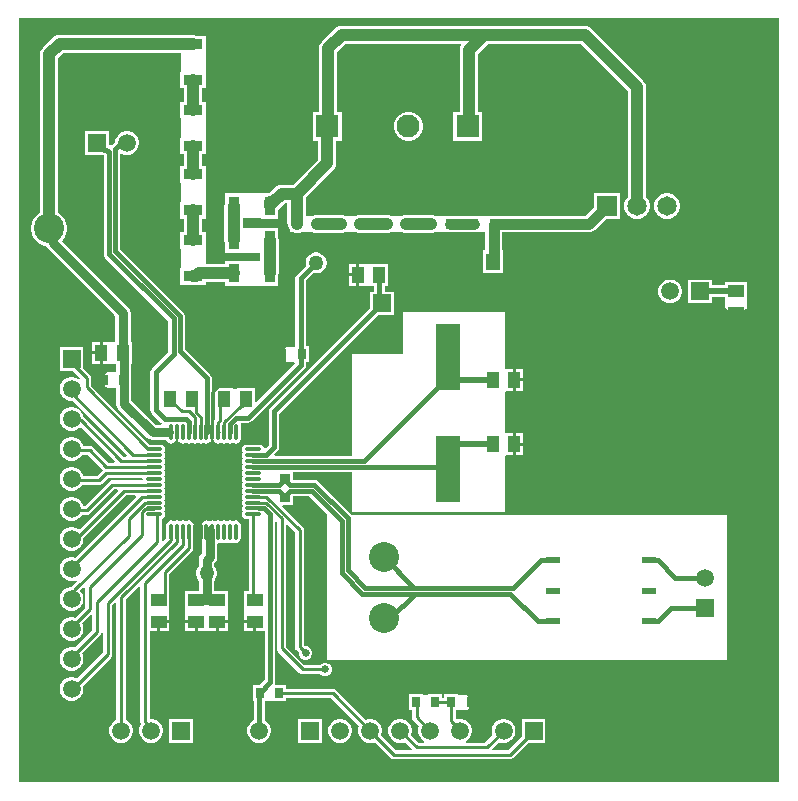
<source format=gtl>
G04*
G04 #@! TF.GenerationSoftware,Altium Limited,Altium Designer,21.6.4 (81)*
G04*
G04 Layer_Physical_Order=1*
G04 Layer_Color=255*
%FSLAX25Y25*%
%MOIN*%
G70*
G04*
G04 #@! TF.SameCoordinates,8AD03C7C-95CA-41BD-B497-73EC2F137F48*
G04*
G04*
G04 #@! TF.FilePolarity,Positive*
G04*
G01*
G75*
%ADD10C,0.01000*%
%ADD19R,0.02756X0.03347*%
%ADD20R,0.06496X0.03543*%
%ADD21R,0.03347X0.02756*%
%ADD22R,0.05000X0.02008*%
%ADD23R,0.17126X0.17126*%
%ADD24O,0.01181X0.05512*%
%ADD25O,0.05512X0.01181*%
%ADD26R,0.08268X0.22047*%
%ADD27R,0.03543X0.06496*%
%ADD28R,0.04724X0.05512*%
%ADD29R,0.03937X0.05315*%
%ADD30R,0.05315X0.03937*%
%ADD54C,0.03000*%
%ADD55C,0.01500*%
%ADD56C,0.04000*%
%ADD57C,0.02000*%
%ADD58C,0.03500*%
%ADD59C,0.11811*%
%ADD60C,0.07677*%
%ADD61R,0.07677X0.07677*%
%ADD62R,0.06500X0.06500*%
%ADD63C,0.06500*%
%ADD64C,0.10000*%
%ADD65C,0.05906*%
%ADD66R,0.05906X0.05906*%
%ADD67R,0.05906X0.05906*%
%ADD68C,0.05000*%
%ADD69C,0.01968*%
%ADD70C,0.02600*%
G36*
X492971Y236000D02*
X239500D01*
Y490500D01*
X492971D01*
Y236000D01*
D02*
G37*
%LPC*%
G36*
X369952Y459339D02*
X368678D01*
X367447Y459009D01*
X366344Y458372D01*
X365443Y457471D01*
X364806Y456368D01*
X364476Y455137D01*
Y453863D01*
X364806Y452632D01*
X365443Y451529D01*
X366344Y450628D01*
X367447Y449991D01*
X368678Y449661D01*
X369952D01*
X371183Y449991D01*
X372286Y450628D01*
X373187Y451529D01*
X373824Y452632D01*
X374153Y453863D01*
Y455137D01*
X373824Y456368D01*
X373187Y457471D01*
X372286Y458372D01*
X371183Y459009D01*
X369952Y459339D01*
D02*
G37*
G36*
X394500Y488026D02*
X394500Y488026D01*
X347000D01*
X346217Y487923D01*
X345487Y487620D01*
X344860Y487140D01*
X340360Y482640D01*
X339879Y482013D01*
X339577Y481283D01*
X339474Y480500D01*
Y459339D01*
X337347D01*
Y449661D01*
X339159D01*
Y443438D01*
X330747Y435026D01*
X327004D01*
X326221Y434923D01*
X325491Y434621D01*
X324864Y434140D01*
X322973Y432248D01*
X320232D01*
Y432169D01*
X313768D01*
Y432248D01*
X308224D01*
Y429148D01*
X308073Y428783D01*
X307970Y428000D01*
X307970Y428000D01*
Y416500D01*
X308073Y415717D01*
X308224Y415352D01*
Y412252D01*
X313768D01*
Y412331D01*
X319978D01*
Y409669D01*
X313768D01*
Y409748D01*
X308224D01*
Y408526D01*
X301669D01*
Y413732D01*
X301748D01*
Y419276D01*
X300526D01*
Y423724D01*
X301748D01*
Y429268D01*
X301669D01*
Y435732D01*
X301748D01*
Y441276D01*
X300526D01*
Y445224D01*
X301748D01*
Y450768D01*
X301669D01*
Y457232D01*
X301748D01*
Y462776D01*
X300526D01*
Y467224D01*
X301748D01*
Y472768D01*
X301669D01*
Y479232D01*
X301748D01*
Y484776D01*
X298648D01*
X298283Y484927D01*
X297500Y485030D01*
X253004D01*
X252221Y484927D01*
X251491Y484624D01*
X250864Y484144D01*
X247360Y480640D01*
X246880Y480013D01*
X246577Y479283D01*
X246474Y478500D01*
Y425694D01*
X245675Y425161D01*
X244840Y424325D01*
X244183Y423342D01*
X243731Y422250D01*
X243500Y421091D01*
Y419909D01*
X243731Y418750D01*
X244183Y417658D01*
X244840Y416675D01*
X245675Y415839D01*
X246658Y415183D01*
X247750Y414731D01*
X248562Y414569D01*
X249037Y413858D01*
X271593Y391302D01*
Y382658D01*
X271173D01*
Y382579D01*
X269827D01*
Y382658D01*
X267358D01*
Y379000D01*
Y375342D01*
X269827D01*
Y375421D01*
X271173D01*
Y375342D01*
X271888D01*
Y372673D01*
X271870D01*
Y372594D01*
X269228D01*
X268838Y372517D01*
X268507Y372296D01*
X268286Y371965D01*
X268209Y371575D01*
Y368425D01*
X268286Y368035D01*
X268507Y367704D01*
X268838Y367483D01*
X269228Y367406D01*
X271870D01*
Y367327D01*
X271888D01*
Y362063D01*
X272082Y361087D01*
X272635Y360261D01*
X282198Y350698D01*
X283025Y350145D01*
X284000Y349951D01*
X288635D01*
X288675Y349749D01*
X289026Y349223D01*
X289553Y348872D01*
X290173Y348748D01*
X290794Y348872D01*
X291320Y349223D01*
X291671Y349749D01*
X291795Y350370D01*
Y351435D01*
X291855Y351524D01*
X291988Y352196D01*
X292489Y352147D01*
Y350370D01*
X292612Y349749D01*
X292964Y349223D01*
X293490Y348872D01*
X294110Y348748D01*
X294731Y348872D01*
X295094Y349115D01*
X295458Y348872D01*
X296079Y348748D01*
X296699Y348872D01*
X297063Y349115D01*
X297427Y348872D01*
X298047Y348748D01*
X298668Y348872D01*
X299031Y349115D01*
X299395Y348872D01*
X300016Y348748D01*
X300636Y348872D01*
X301000Y349115D01*
X301364Y348872D01*
X301984Y348748D01*
X302605Y348872D01*
X303131Y349223D01*
X303483Y349749D01*
X303606Y350370D01*
Y351789D01*
X303648Y351853D01*
X303784Y352535D01*
Y370500D01*
X303648Y371183D01*
X303262Y371762D01*
X294784Y380239D01*
Y391328D01*
X294649Y392011D01*
X294262Y392590D01*
X273284Y413567D01*
Y445215D01*
X273717Y445465D01*
X273974Y445317D01*
X274980Y445047D01*
X276020D01*
X277026Y445317D01*
X277927Y445837D01*
X278663Y446573D01*
X279183Y447474D01*
X279453Y448480D01*
Y449520D01*
X279183Y450526D01*
X278663Y451427D01*
X277927Y452163D01*
X277026Y452683D01*
X276020Y452953D01*
X274980D01*
X273974Y452683D01*
X273073Y452163D01*
X272337Y451427D01*
X271817Y450526D01*
X271547Y449520D01*
Y449443D01*
X271511Y449419D01*
X270370Y448279D01*
X270105Y448159D01*
X269672Y448200D01*
X269453Y448346D01*
Y452953D01*
X261547D01*
Y445047D01*
X267530D01*
X267703Y445013D01*
X267716D01*
Y412000D01*
X267851Y411317D01*
X268238Y410738D01*
X289216Y389761D01*
Y379239D01*
X283738Y373762D01*
X283351Y373183D01*
X283216Y372500D01*
Y360000D01*
X283351Y359317D01*
X283738Y358738D01*
X286738Y355738D01*
X287022Y355549D01*
X286870Y355049D01*
X285056D01*
X276986Y363119D01*
Y370000D01*
Y375342D01*
X277110D01*
Y382658D01*
X276691D01*
Y392358D01*
X276497Y393334D01*
X275944Y394161D01*
X253795Y416310D01*
X254160Y416675D01*
X254817Y417658D01*
X255269Y418750D01*
X255500Y419909D01*
Y421091D01*
X255269Y422250D01*
X254817Y423342D01*
X254160Y424325D01*
X253325Y425161D01*
X252526Y425694D01*
Y477247D01*
X254257Y478978D01*
X293331D01*
Y472768D01*
X293252D01*
Y467224D01*
X294474D01*
Y462776D01*
X293252D01*
Y457232D01*
X293331D01*
Y450768D01*
X293252D01*
Y445224D01*
X294474D01*
Y441276D01*
X293252D01*
Y435732D01*
X293331D01*
Y429268D01*
X293252D01*
Y423724D01*
X294474D01*
Y419276D01*
X293252D01*
Y413732D01*
X293331D01*
Y407268D01*
X293252D01*
Y401724D01*
X296352D01*
X296717Y401573D01*
X297500Y401470D01*
X298520D01*
X299303Y401573D01*
X299668Y401724D01*
X301748D01*
Y402474D01*
X308224D01*
Y401252D01*
X313768D01*
Y401331D01*
X320232D01*
Y401252D01*
X325776D01*
Y404352D01*
X325927Y404717D01*
X326030Y405500D01*
Y416500D01*
X325927Y417283D01*
X325776Y417648D01*
Y420748D01*
X320232D01*
Y420669D01*
X314022D01*
Y423831D01*
X320232D01*
Y423752D01*
X325776D01*
Y426636D01*
X326392Y427108D01*
X328257Y428974D01*
X328974D01*
Y422252D01*
X329077Y421469D01*
X329380Y420739D01*
X329860Y420112D01*
X329874Y420099D01*
Y419327D01*
X330866D01*
X331469Y419077D01*
X332252Y418974D01*
X333035Y419077D01*
X333638Y419327D01*
X334630D01*
Y419406D01*
X336370D01*
Y419327D01*
X337362D01*
X337965Y419077D01*
X338748Y418974D01*
X346752D01*
X347535Y419077D01*
X348138Y419327D01*
X349130D01*
Y419406D01*
X350870D01*
Y419327D01*
X351862D01*
X352465Y419077D01*
X353248Y418974D01*
X362004D01*
X362787Y419077D01*
X363390Y419327D01*
X364382D01*
Y419406D01*
X366122D01*
Y419327D01*
X367114D01*
X367717Y419077D01*
X368500Y418974D01*
X376752D01*
X377535Y419077D01*
X378138Y419327D01*
X379130D01*
Y419406D01*
X380870D01*
Y419327D01*
X382516D01*
X382530Y419321D01*
X383248Y419226D01*
X391252D01*
X391970Y419321D01*
X391984Y419327D01*
X393630D01*
Y419406D01*
X394974D01*
Y413221D01*
X394145D01*
Y405709D01*
X400869D01*
Y413221D01*
X400522D01*
Y419226D01*
X429500D01*
X430218Y419321D01*
X430887Y419598D01*
X431461Y420039D01*
X435173Y423750D01*
X439750D01*
Y432250D01*
X431250D01*
Y427673D01*
X428351Y424774D01*
X397748D01*
X397030Y424679D01*
X397016Y424673D01*
X395370D01*
Y424594D01*
X393630D01*
Y424673D01*
X391984D01*
X391970Y424679D01*
X391252Y424774D01*
X383248D01*
X382530Y424679D01*
X382516Y424673D01*
X380870D01*
Y424594D01*
X379130D01*
Y424673D01*
X378138D01*
X377535Y424923D01*
X376752Y425026D01*
X368500D01*
X367717Y424923D01*
X367114Y424673D01*
X366122D01*
Y424594D01*
X364382D01*
Y424673D01*
X363390D01*
X362787Y424923D01*
X362004Y425026D01*
X353248D01*
X352465Y424923D01*
X351862Y424673D01*
X350870D01*
Y424594D01*
X349130D01*
Y424673D01*
X348138D01*
X347535Y424923D01*
X346752Y425026D01*
X338748D01*
X337965Y424923D01*
X337362Y424673D01*
X336370D01*
Y424594D01*
X335026D01*
Y430747D01*
X344325Y440045D01*
X344806Y440672D01*
X345108Y441402D01*
X345211Y442185D01*
Y449661D01*
X347024D01*
Y459339D01*
X345526D01*
Y479247D01*
X348253Y481974D01*
X386668D01*
X386735Y481838D01*
X386863Y481474D01*
X386577Y480783D01*
X386474Y480000D01*
Y459339D01*
X384161D01*
Y449661D01*
X393839D01*
Y459339D01*
X392526D01*
Y478747D01*
X395753Y481974D01*
X426747D01*
X442474Y466247D01*
Y430984D01*
X442099Y430610D01*
X441540Y429640D01*
X441250Y428559D01*
Y427441D01*
X441540Y426360D01*
X442099Y425390D01*
X442890Y424599D01*
X443860Y424040D01*
X444941Y423750D01*
X446060D01*
X447140Y424040D01*
X448110Y424599D01*
X448901Y425390D01*
X449460Y426360D01*
X449750Y427441D01*
Y428559D01*
X449460Y429640D01*
X448901Y430610D01*
X448526Y430984D01*
Y467500D01*
X448526Y467500D01*
X448423Y468283D01*
X448120Y469013D01*
X447640Y469640D01*
X430140Y487140D01*
X429513Y487620D01*
X428783Y487923D01*
X428000Y488026D01*
X394500D01*
X394500Y488026D01*
D02*
G37*
G36*
X456060Y432250D02*
X454941D01*
X453860Y431960D01*
X452890Y431401D01*
X452099Y430610D01*
X451540Y429640D01*
X451250Y428559D01*
Y427441D01*
X451540Y426360D01*
X452099Y425390D01*
X452890Y424599D01*
X453860Y424040D01*
X454941Y423750D01*
X456060D01*
X457140Y424040D01*
X458110Y424599D01*
X458901Y425390D01*
X459460Y426360D01*
X459750Y427441D01*
Y428559D01*
X459460Y429640D01*
X458901Y430610D01*
X458110Y431401D01*
X457140Y431960D01*
X456060Y432250D01*
D02*
G37*
G36*
X362610Y408658D02*
X356673D01*
Y408579D01*
X355327D01*
Y408658D01*
X352858D01*
Y405000D01*
Y401342D01*
X355327D01*
Y401421D01*
X356673D01*
Y401342D01*
X357857D01*
Y399453D01*
X356547D01*
Y394071D01*
X323238Y360762D01*
X322851Y360183D01*
X322716Y359500D01*
Y348239D01*
X321694Y347218D01*
X321216Y347363D01*
X321199Y347447D01*
X320848Y347973D01*
X320321Y348325D01*
X319701Y348448D01*
X315370D01*
X314750Y348325D01*
X314223Y347973D01*
X313872Y347447D01*
X313748Y346827D01*
X313872Y346206D01*
X314115Y345843D01*
X313872Y345479D01*
X313748Y344858D01*
X313872Y344238D01*
X314115Y343874D01*
X313872Y343510D01*
X313748Y342890D01*
X313872Y342269D01*
X314115Y341905D01*
X313872Y341542D01*
X313748Y340921D01*
X313872Y340301D01*
X314115Y339937D01*
X313872Y339573D01*
X313748Y338953D01*
X313872Y338332D01*
X314115Y337968D01*
X313872Y337605D01*
X313748Y336984D01*
X313872Y336364D01*
X314115Y336000D01*
X313872Y335636D01*
X313748Y335016D01*
X313872Y334395D01*
X314115Y334032D01*
X313872Y333668D01*
X313748Y333047D01*
X313872Y332427D01*
X314115Y332063D01*
X313872Y331699D01*
X313748Y331079D01*
X313872Y330458D01*
X314115Y330095D01*
X313872Y329731D01*
X313748Y329110D01*
X313872Y328490D01*
X314115Y328126D01*
X313872Y327762D01*
X313748Y327142D01*
X313872Y326521D01*
X314115Y326157D01*
X313872Y325794D01*
X313748Y325173D01*
X313872Y324553D01*
X314223Y324026D01*
X314750Y323675D01*
X315370Y323552D01*
X316006D01*
Y299610D01*
X314342D01*
Y293673D01*
X314421D01*
Y292327D01*
X314342D01*
Y289858D01*
X318000D01*
Y289358D01*
X318500D01*
Y286390D01*
X321344D01*
Y269911D01*
X319607Y268173D01*
X317374D01*
Y262827D01*
X317842D01*
Y256607D01*
X317073Y256163D01*
X316337Y255427D01*
X315817Y254526D01*
X315547Y253520D01*
Y252480D01*
X315817Y251474D01*
X316337Y250573D01*
X317073Y249837D01*
X317974Y249317D01*
X318980Y249047D01*
X320020D01*
X321026Y249317D01*
X321927Y249837D01*
X322663Y250573D01*
X323183Y251474D01*
X323453Y252480D01*
Y253520D01*
X323183Y254526D01*
X322663Y255427D01*
X321927Y256163D01*
X321410Y256461D01*
Y262827D01*
X322130D01*
Y262906D01*
X323870D01*
Y262827D01*
X328626D01*
Y263971D01*
X343367D01*
X352816Y254522D01*
X352547Y253520D01*
Y252480D01*
X352817Y251474D01*
X353337Y250573D01*
X354073Y249837D01*
X354974Y249317D01*
X355980Y249047D01*
X357020D01*
X358022Y249316D01*
X363419Y243919D01*
X363915Y243587D01*
X364500Y243471D01*
X403000D01*
X403585Y243587D01*
X404081Y243919D01*
X409210Y249047D01*
X414953D01*
Y256953D01*
X407047D01*
Y251210D01*
X402366Y246529D01*
X397346D01*
X397154Y246991D01*
X399478Y249316D01*
X400480Y249047D01*
X401520D01*
X402526Y249317D01*
X403427Y249837D01*
X404163Y250573D01*
X404683Y251474D01*
X404953Y252480D01*
Y253520D01*
X404683Y254526D01*
X404163Y255427D01*
X403427Y256163D01*
X402526Y256683D01*
X401520Y256953D01*
X400480D01*
X399474Y256683D01*
X398573Y256163D01*
X397837Y255427D01*
X397317Y254526D01*
X397047Y253520D01*
Y252480D01*
X397316Y251478D01*
X394866Y249029D01*
X388528D01*
X388394Y249529D01*
X388927Y249837D01*
X389663Y250573D01*
X390183Y251474D01*
X390453Y252480D01*
Y253520D01*
X390183Y254526D01*
X389663Y255427D01*
X388927Y256163D01*
X388026Y256683D01*
X387020Y256953D01*
X385980D01*
X385484Y256820D01*
X385029Y257189D01*
Y259827D01*
X385882D01*
Y259906D01*
X388524D01*
X388914Y259983D01*
X389245Y260204D01*
X389466Y260535D01*
X389543Y260925D01*
Y264075D01*
X389466Y264465D01*
X389245Y264796D01*
X388914Y265017D01*
X388524Y265094D01*
X385882D01*
Y265173D01*
X381126D01*
Y264029D01*
X380626D01*
Y265173D01*
X375870D01*
Y265094D01*
X374130D01*
Y265173D01*
X369374D01*
Y259827D01*
X370471D01*
Y257500D01*
X370587Y256915D01*
X370919Y256419D01*
X372815Y254522D01*
X372547Y253520D01*
Y252480D01*
X372817Y251474D01*
X373337Y250573D01*
X374073Y249837D01*
X374606Y249529D01*
X374472Y249029D01*
X372634D01*
X370184Y251478D01*
X370453Y252480D01*
Y253520D01*
X370183Y254526D01*
X369663Y255427D01*
X368927Y256163D01*
X368026Y256683D01*
X367020Y256953D01*
X365980D01*
X364974Y256683D01*
X364073Y256163D01*
X363337Y255427D01*
X362817Y254526D01*
X362547Y253520D01*
Y252480D01*
X362817Y251474D01*
X363337Y250573D01*
X364073Y249837D01*
X364974Y249317D01*
X365980Y249047D01*
X367020D01*
X368022Y249316D01*
X370346Y246991D01*
X370154Y246529D01*
X365134D01*
X360185Y251478D01*
X360453Y252480D01*
Y253520D01*
X360183Y254526D01*
X359663Y255427D01*
X358927Y256163D01*
X358026Y256683D01*
X357020Y256953D01*
X355980D01*
X354978Y256684D01*
X345081Y266581D01*
X344585Y266913D01*
X344000Y267029D01*
X328626D01*
Y268173D01*
X325122D01*
X324814Y268673D01*
X324913Y269172D01*
X324913Y269172D01*
Y322611D01*
X325413Y322878D01*
X325471Y322839D01*
Y280500D01*
X325587Y279915D01*
X325919Y279419D01*
X332919Y272419D01*
X333415Y272087D01*
X334000Y271971D01*
X339777D01*
X340197Y271550D01*
X341042Y271200D01*
X341957D01*
X342803Y271550D01*
X343450Y272197D01*
X343800Y273042D01*
Y273957D01*
X343450Y274803D01*
X342803Y275450D01*
X341957Y275800D01*
X341042D01*
X340197Y275450D01*
X339777Y275029D01*
X334633D01*
X328529Y281134D01*
Y321654D01*
X328991Y321846D01*
X331471Y319367D01*
Y281000D01*
X331587Y280415D01*
X331919Y279919D01*
X332700Y279137D01*
Y278542D01*
X333050Y277697D01*
X333697Y277050D01*
X334542Y276700D01*
X335457D01*
X336303Y277050D01*
X336950Y277697D01*
X337300Y278542D01*
Y279457D01*
X336950Y280303D01*
X336303Y280950D01*
X335457Y281300D01*
X334863D01*
X334529Y281633D01*
Y320000D01*
X334413Y320585D01*
X334081Y321081D01*
X327251Y327912D01*
X327442Y328374D01*
X330673D01*
Y331207D01*
X330675Y331216D01*
X336261D01*
X342140Y325337D01*
X342000Y325000D01*
X342000D01*
Y276500D01*
X475500D01*
Y325000D01*
X350322D01*
X350262Y325090D01*
X350262Y325090D01*
X339090Y336262D01*
X338511Y336649D01*
X337828Y336784D01*
X330675D01*
X330673Y336792D01*
Y339137D01*
X350500D01*
Y326500D01*
Y326000D01*
X401500D01*
Y344414D01*
X401673Y344843D01*
X404142D01*
Y348500D01*
Y352157D01*
X401673D01*
X401500Y352586D01*
Y365914D01*
X401673Y366342D01*
X404142D01*
Y370000D01*
Y373657D01*
X401673D01*
X401500Y374086D01*
Y391500D01*
Y392750D01*
X399000D01*
X399000Y392750D01*
X398896Y392500D01*
X367500D01*
Y378500D01*
X350500D01*
Y377500D01*
Y344674D01*
X324851D01*
X324659Y345136D01*
X325762Y346238D01*
X325762Y346238D01*
X326149Y346817D01*
X326284Y347500D01*
Y358761D01*
X359071Y391547D01*
X364453D01*
Y399453D01*
X361426D01*
Y401342D01*
X362610D01*
Y408658D01*
D02*
G37*
G36*
X338961Y412500D02*
X338039D01*
X337149Y412261D01*
X336351Y411801D01*
X335699Y411149D01*
X335239Y410351D01*
X335000Y409461D01*
Y408539D01*
X335109Y408132D01*
X332101Y405124D01*
X331714Y404545D01*
X331578Y403862D01*
Y381173D01*
X331370D01*
Y381094D01*
X328728D01*
X328338Y381017D01*
X328007Y380796D01*
X327786Y380465D01*
X327709Y380075D01*
Y376925D01*
X327786Y376535D01*
X328007Y376204D01*
X328338Y375983D01*
X328728Y375906D01*
X331019D01*
X331335Y375472D01*
X331323Y375346D01*
X318572Y362596D01*
X318110Y362787D01*
Y367158D01*
X312173D01*
Y367079D01*
X310827D01*
Y367158D01*
X304890D01*
Y362179D01*
X304860Y362032D01*
Y356882D01*
X304543Y356407D01*
X304427Y355821D01*
Y355327D01*
X304423Y355321D01*
X304299Y354701D01*
Y350370D01*
X304423Y349749D01*
X304774Y349223D01*
X305301Y348872D01*
X305921Y348748D01*
X306542Y348872D01*
X306906Y349115D01*
X307269Y348872D01*
X307890Y348748D01*
X308510Y348872D01*
X308874Y349115D01*
X309238Y348872D01*
X309858Y348748D01*
X310479Y348872D01*
X310842Y349115D01*
X311206Y348872D01*
X311827Y348748D01*
X312447Y348872D01*
X312973Y349223D01*
X313325Y349749D01*
X313449Y350370D01*
Y354701D01*
X313355Y355170D01*
X313648Y355670D01*
X315954D01*
X316637Y355806D01*
X317216Y356193D01*
X334624Y373601D01*
X334624Y373601D01*
X335011Y374179D01*
X335146Y374862D01*
X335146Y374862D01*
Y375827D01*
X336126D01*
Y381173D01*
X335146D01*
Y403123D01*
X337632Y405609D01*
X338039Y405500D01*
X338961D01*
X339851Y405738D01*
X340649Y406199D01*
X341301Y406851D01*
X341761Y407649D01*
X342000Y408539D01*
Y409461D01*
X341761Y410351D01*
X341301Y411149D01*
X340649Y411801D01*
X339851Y412261D01*
X338961Y412500D01*
D02*
G37*
G36*
X351858Y408658D02*
X349390D01*
Y405500D01*
X351858D01*
Y408658D01*
D02*
G37*
G36*
Y404500D02*
X349390D01*
Y401342D01*
X351858D01*
Y404500D01*
D02*
G37*
G36*
X457020Y403453D02*
X455980D01*
X454974Y403183D01*
X454073Y402663D01*
X453337Y401927D01*
X452817Y401026D01*
X452547Y400020D01*
Y398980D01*
X452817Y397974D01*
X453337Y397073D01*
X454073Y396337D01*
X454974Y395817D01*
X455980Y395547D01*
X457020D01*
X458026Y395817D01*
X458927Y396337D01*
X459663Y397073D01*
X460183Y397974D01*
X460453Y398980D01*
Y400020D01*
X460183Y401026D01*
X459663Y401927D01*
X458927Y402663D01*
X458026Y403183D01*
X457020Y403453D01*
D02*
G37*
G36*
X470453D02*
X462547D01*
Y395547D01*
X470453D01*
Y397532D01*
X474843D01*
Y396673D01*
X474921D01*
Y394425D01*
X474999Y394035D01*
X475220Y393704D01*
X475551Y393483D01*
X475941Y393406D01*
X481059D01*
X481449Y393483D01*
X481780Y393704D01*
X482001Y394035D01*
X482079Y394425D01*
Y396673D01*
X482158D01*
Y402610D01*
X474843D01*
Y401610D01*
X470453D01*
Y403453D01*
D02*
G37*
G36*
X266358Y382658D02*
X263890D01*
Y379500D01*
X266358D01*
Y382658D01*
D02*
G37*
G36*
Y378500D02*
X263890D01*
Y375342D01*
X266358D01*
Y378500D01*
D02*
G37*
G36*
X405142Y373657D02*
Y370500D01*
X407610D01*
Y373657D01*
X405142D01*
D02*
G37*
G36*
X260953Y380953D02*
X253047D01*
Y373047D01*
X257290D01*
X260123Y370214D01*
X260116Y370181D01*
X259574Y370017D01*
X259427Y370163D01*
X258526Y370683D01*
X257520Y370953D01*
X256480D01*
X255474Y370683D01*
X254573Y370163D01*
X253837Y369427D01*
X253317Y368526D01*
X253047Y367520D01*
Y366480D01*
X253317Y365474D01*
X253837Y364573D01*
X254573Y363837D01*
X255474Y363317D01*
X256480Y363047D01*
X257290D01*
X275456Y344881D01*
X275265Y344419D01*
X274244D01*
X261081Y357581D01*
X260905Y357699D01*
X260683Y358526D01*
X260163Y359427D01*
X259427Y360163D01*
X258526Y360683D01*
X257520Y360953D01*
X256480D01*
X255474Y360683D01*
X254573Y360163D01*
X253837Y359427D01*
X253317Y358526D01*
X253047Y357520D01*
Y356480D01*
X253317Y355474D01*
X253837Y354573D01*
X254573Y353837D01*
X255474Y353317D01*
X256480Y353047D01*
X257520D01*
X258526Y353317D01*
X259427Y353837D01*
X259964Y354374D01*
X271425Y342913D01*
X271233Y342451D01*
X269212D01*
X264081Y347581D01*
X263585Y347913D01*
X263000Y348029D01*
X260816D01*
X260683Y348526D01*
X260163Y349427D01*
X259427Y350163D01*
X258526Y350683D01*
X257520Y350953D01*
X256480D01*
X255474Y350683D01*
X254573Y350163D01*
X253837Y349427D01*
X253317Y348526D01*
X253047Y347520D01*
Y346480D01*
X253317Y345474D01*
X253837Y344573D01*
X254573Y343837D01*
X255474Y343317D01*
X256480Y343047D01*
X257520D01*
X258526Y343317D01*
X259427Y343837D01*
X260163Y344573D01*
X260393Y344971D01*
X262367D01*
X267337Y340000D01*
X265382Y338045D01*
X260812D01*
X260683Y338526D01*
X260163Y339427D01*
X259427Y340163D01*
X258526Y340683D01*
X257520Y340953D01*
X256480D01*
X255474Y340683D01*
X254573Y340163D01*
X253837Y339427D01*
X253317Y338526D01*
X253047Y337520D01*
Y336480D01*
X253317Y335474D01*
X253837Y334573D01*
X254573Y333837D01*
X255474Y333317D01*
X256480Y333047D01*
X257520D01*
X258526Y333317D01*
X259427Y333837D01*
X260163Y334573D01*
X260402Y334986D01*
X266016D01*
X266601Y335103D01*
X267097Y335434D01*
X269086Y337423D01*
X280371D01*
X280688Y337037D01*
X280678Y336984D01*
X280688Y336932D01*
X280371Y336545D01*
X270516D01*
X269931Y336429D01*
X269434Y336097D01*
X261367Y328029D01*
X260816D01*
X260683Y328526D01*
X260163Y329427D01*
X259427Y330163D01*
X258526Y330683D01*
X257520Y330953D01*
X256480D01*
X255474Y330683D01*
X254573Y330163D01*
X253837Y329427D01*
X253317Y328526D01*
X253047Y327520D01*
Y326480D01*
X253317Y325474D01*
X253837Y324573D01*
X254573Y323837D01*
X255474Y323317D01*
X256480Y323047D01*
X257520D01*
X258526Y323317D01*
X259427Y323837D01*
X260163Y324573D01*
X260393Y324971D01*
X262000D01*
X262585Y325087D01*
X263081Y325419D01*
X271149Y333486D01*
X272170D01*
X272361Y333024D01*
X259464Y320127D01*
X259427Y320163D01*
X258526Y320683D01*
X257520Y320953D01*
X256480D01*
X255474Y320683D01*
X254573Y320163D01*
X253837Y319427D01*
X253317Y318526D01*
X253047Y317520D01*
Y316480D01*
X253317Y315474D01*
X253837Y314573D01*
X254573Y313837D01*
X255474Y313317D01*
X256480Y313047D01*
X257520D01*
X258526Y313317D01*
X259427Y313837D01*
X260163Y314573D01*
X260683Y315474D01*
X260953Y316480D01*
Y317290D01*
X275181Y331518D01*
X278202D01*
X278393Y331056D01*
X258127Y310790D01*
X257520Y310953D01*
X256480D01*
X255474Y310683D01*
X254573Y310163D01*
X253837Y309427D01*
X253317Y308526D01*
X253047Y307520D01*
Y306480D01*
X253317Y305474D01*
X253837Y304573D01*
X254573Y303837D01*
X255474Y303317D01*
X256480Y303047D01*
X257520D01*
X258418Y303288D01*
X258690Y302928D01*
X258712Y302875D01*
X256857Y301020D01*
X256812Y300953D01*
X256480D01*
X255474Y300683D01*
X254573Y300163D01*
X253837Y299427D01*
X253317Y298526D01*
X253047Y297520D01*
Y296480D01*
X253317Y295474D01*
X253837Y294573D01*
X254573Y293837D01*
X255474Y293317D01*
X256480Y293047D01*
X257520D01*
X258526Y293317D01*
X259427Y293837D01*
X260163Y294573D01*
X260683Y295474D01*
X260953Y296480D01*
Y297520D01*
X260683Y298526D01*
X260163Y299427D01*
X259876Y299714D01*
X260971Y300808D01*
X261471Y300601D01*
Y294133D01*
X258127Y290790D01*
X257520Y290953D01*
X256480D01*
X255474Y290683D01*
X254573Y290163D01*
X253837Y289427D01*
X253317Y288526D01*
X253047Y287520D01*
Y286480D01*
X253317Y285474D01*
X253837Y284573D01*
X254573Y283837D01*
X255474Y283317D01*
X256480Y283047D01*
X257520D01*
X258526Y283317D01*
X259427Y283837D01*
X260163Y284573D01*
X260683Y285474D01*
X260953Y286480D01*
Y287520D01*
X260683Y288526D01*
X260502Y288839D01*
X263509Y291846D01*
X263971Y291654D01*
Y286633D01*
X258127Y280790D01*
X257520Y280953D01*
X256480D01*
X255474Y280683D01*
X254573Y280163D01*
X253837Y279427D01*
X253317Y278526D01*
X253047Y277520D01*
Y276480D01*
X253317Y275474D01*
X253837Y274573D01*
X254573Y273837D01*
X255474Y273317D01*
X256480Y273047D01*
X257520D01*
X258526Y273317D01*
X259427Y273837D01*
X260163Y274573D01*
X260683Y275474D01*
X260953Y276480D01*
Y277520D01*
X260683Y278526D01*
X260502Y278839D01*
X266581Y284919D01*
X266913Y285415D01*
X266971Y285704D01*
X267471Y285655D01*
Y279134D01*
X258839Y270502D01*
X258526Y270683D01*
X257520Y270953D01*
X256480D01*
X255474Y270683D01*
X254573Y270163D01*
X253837Y269427D01*
X253317Y268526D01*
X253047Y267520D01*
Y266480D01*
X253317Y265474D01*
X253837Y264573D01*
X254573Y263837D01*
X255474Y263317D01*
X256480Y263047D01*
X257520D01*
X258526Y263317D01*
X259427Y263837D01*
X260163Y264573D01*
X260683Y265474D01*
X260953Y266480D01*
Y267520D01*
X260790Y268127D01*
X270081Y277419D01*
X270413Y277915D01*
X270529Y278500D01*
Y294852D01*
X271509Y295831D01*
X271971Y295640D01*
Y256681D01*
X271073Y256163D01*
X270337Y255427D01*
X269817Y254526D01*
X269547Y253520D01*
Y252480D01*
X269817Y251474D01*
X270337Y250573D01*
X271073Y249837D01*
X271974Y249317D01*
X272980Y249047D01*
X274020D01*
X275026Y249317D01*
X275927Y249837D01*
X276663Y250573D01*
X277183Y251474D01*
X277453Y252480D01*
Y253520D01*
X277183Y254526D01*
X276663Y255427D01*
X275927Y256163D01*
X275029Y256681D01*
Y296866D01*
X279509Y301346D01*
X279971Y301154D01*
Y256038D01*
X280087Y255453D01*
X280229Y255240D01*
X279817Y254526D01*
X279547Y253520D01*
Y252480D01*
X279817Y251474D01*
X280337Y250573D01*
X281073Y249837D01*
X281974Y249317D01*
X282980Y249047D01*
X284020D01*
X285026Y249317D01*
X285927Y249837D01*
X286663Y250573D01*
X287183Y251474D01*
X287453Y252480D01*
Y253520D01*
X287183Y254526D01*
X286663Y255427D01*
X285927Y256163D01*
X285026Y256683D01*
X284020Y256953D01*
X283029D01*
Y286390D01*
X285500D01*
Y289358D01*
X286000D01*
Y289858D01*
X289657D01*
Y292327D01*
X289579D01*
Y293673D01*
X289657D01*
Y299610D01*
X289529D01*
Y305366D01*
X297081Y312919D01*
X297413Y313415D01*
X297529Y314000D01*
Y316607D01*
X297577Y316679D01*
X297701Y317299D01*
Y321630D01*
X297577Y322251D01*
X297225Y322777D01*
X296699Y323128D01*
X296079Y323252D01*
X295458Y323128D01*
X295094Y322885D01*
X294731Y323128D01*
X294110Y323252D01*
X293490Y323128D01*
X293126Y322885D01*
X292762Y323128D01*
X292142Y323252D01*
X291521Y323128D01*
X291158Y322885D01*
X290794Y323128D01*
X290173Y323252D01*
X289553Y323128D01*
X289026Y322777D01*
X288675Y322251D01*
X288551Y321630D01*
Y317299D01*
X288568Y317216D01*
X287529Y316178D01*
X287029Y316385D01*
Y323631D01*
X287250Y323675D01*
X287777Y324026D01*
X288128Y324553D01*
X288252Y325173D01*
X288128Y325794D01*
X287885Y326157D01*
X288128Y326521D01*
X288252Y327142D01*
X288128Y327762D01*
X287885Y328126D01*
X288128Y328490D01*
X288252Y329110D01*
X288128Y329731D01*
X287885Y330095D01*
X288128Y330458D01*
X288252Y331079D01*
X288128Y331699D01*
X287885Y332063D01*
X288128Y332427D01*
X288252Y333047D01*
X288128Y333668D01*
X287885Y334032D01*
X288128Y334395D01*
X288252Y335016D01*
X288128Y335636D01*
X287885Y336000D01*
X288128Y336364D01*
X288252Y336984D01*
X288128Y337605D01*
X287885Y337968D01*
X288128Y338332D01*
X288252Y338953D01*
X288128Y339573D01*
X287885Y339937D01*
X288128Y340301D01*
X288252Y340921D01*
X288128Y341542D01*
X287885Y341905D01*
X288128Y342269D01*
X288252Y342890D01*
X288128Y343510D01*
X287885Y343874D01*
X288128Y344238D01*
X288252Y344858D01*
X288128Y345479D01*
X287885Y345843D01*
X288128Y346206D01*
X288252Y346827D01*
X288128Y347447D01*
X287777Y347973D01*
X287250Y348325D01*
X286630Y348448D01*
X283214D01*
X263536Y368127D01*
Y370494D01*
X263420Y371079D01*
X263088Y371575D01*
X260953Y373710D01*
Y380953D01*
D02*
G37*
G36*
X407610Y369500D02*
X405142D01*
Y366342D01*
X407610D01*
Y369500D01*
D02*
G37*
G36*
X405142Y352157D02*
Y349000D01*
X407610D01*
Y352157D01*
X405142D01*
D02*
G37*
G36*
X407610Y348000D02*
X405142D01*
Y344843D01*
X407610D01*
Y348000D01*
D02*
G37*
G36*
X311827Y323252D02*
X311206Y323128D01*
X310842Y322885D01*
X310479Y323128D01*
X309858Y323252D01*
X309238Y323128D01*
X308874Y322885D01*
X308510Y323128D01*
X307890Y323252D01*
X307269Y323128D01*
X306906Y322885D01*
X306542Y323128D01*
X305921Y323252D01*
X305301Y323128D01*
X304937Y322885D01*
X304573Y323128D01*
X303953Y323252D01*
X303332Y323128D01*
X302969Y322885D01*
X302605Y323128D01*
X301984Y323252D01*
X301364Y323128D01*
X300837Y322777D01*
X300486Y322251D01*
X300363Y321630D01*
Y317299D01*
X300451Y316855D01*
Y312056D01*
X300198Y311802D01*
X299645Y310976D01*
X299451Y310000D01*
Y307901D01*
X299199Y307649D01*
X298739Y306851D01*
X298500Y305961D01*
Y305039D01*
X298739Y304149D01*
X299199Y303351D01*
X299451Y303099D01*
Y299610D01*
X294843D01*
Y293673D01*
X294921D01*
Y292327D01*
X294843D01*
Y289858D01*
X298500D01*
Y289358D01*
X299000D01*
Y286390D01*
X305000D01*
Y289358D01*
X305500D01*
Y289858D01*
X309157D01*
Y292327D01*
X309079D01*
Y293673D01*
X309157D01*
Y299610D01*
X304549D01*
Y303099D01*
X304801Y303351D01*
X305261Y304149D01*
X305500Y305039D01*
Y305961D01*
X305261Y306851D01*
X304801Y307649D01*
X304549Y307901D01*
Y308944D01*
X304802Y309198D01*
X305355Y310024D01*
X305549Y311000D01*
Y315372D01*
X305921Y315677D01*
X306542Y315801D01*
X306906Y316044D01*
X307269Y315801D01*
X307890Y315677D01*
X308510Y315801D01*
X308874Y316044D01*
X309238Y315801D01*
X309858Y315677D01*
X310479Y315801D01*
X310842Y316044D01*
X311206Y315801D01*
X311827Y315677D01*
X312447Y315801D01*
X312973Y316153D01*
X313325Y316679D01*
X313449Y317299D01*
Y321630D01*
X313325Y322251D01*
X312973Y322777D01*
X312447Y323128D01*
X311827Y323252D01*
D02*
G37*
G36*
X317500Y288858D02*
X314342D01*
Y286390D01*
X317500D01*
Y288858D01*
D02*
G37*
G36*
X309157D02*
X306000D01*
Y286390D01*
X309157D01*
Y288858D01*
D02*
G37*
G36*
X298000D02*
X294843D01*
Y286390D01*
X298000D01*
Y288858D01*
D02*
G37*
G36*
X289657D02*
X286500D01*
Y286390D01*
X289657D01*
Y288858D01*
D02*
G37*
G36*
X347020Y256953D02*
X345980D01*
X344974Y256683D01*
X344073Y256163D01*
X343337Y255427D01*
X342817Y254526D01*
X342547Y253520D01*
Y252480D01*
X342817Y251474D01*
X343337Y250573D01*
X344073Y249837D01*
X344974Y249317D01*
X345980Y249047D01*
X347020D01*
X348026Y249317D01*
X348927Y249837D01*
X349663Y250573D01*
X350183Y251474D01*
X350453Y252480D01*
Y253520D01*
X350183Y254526D01*
X349663Y255427D01*
X348927Y256163D01*
X348026Y256683D01*
X347020Y256953D01*
D02*
G37*
G36*
X340453D02*
X332547D01*
Y249047D01*
X340453D01*
Y256953D01*
D02*
G37*
G36*
X297453D02*
X289547D01*
Y249047D01*
X297453D01*
Y256953D01*
D02*
G37*
%LPD*%
D10*
X297142Y364000D02*
X298610Y362531D01*
X305956Y352579D02*
X306000Y352535D01*
X298013Y352570D02*
Y357487D01*
X289858Y363311D02*
X293669Y359500D01*
X305956Y352579D02*
Y355821D01*
X298013Y352570D02*
X298047Y352535D01*
X305956Y355821D02*
X306390Y356255D01*
X300016Y352535D02*
Y357611D01*
X293669Y359500D02*
X296000D01*
X298610Y359016D02*
X300016Y357611D01*
X296000Y359500D02*
X298013Y357487D01*
X303953Y352535D02*
Y366041D01*
X310912Y373000D01*
X298610Y359016D02*
Y362531D01*
X306390Y356255D02*
Y362032D01*
X321791Y329087D02*
X327000Y323879D01*
X317535Y329110D02*
X317558Y329087D01*
X327000Y280500D02*
Y323879D01*
X333000Y281000D02*
Y320000D01*
X317580Y331044D02*
X321956D01*
X317558Y329087D02*
X321791D01*
X321956Y331044D02*
X333000Y320000D01*
X313338Y361343D02*
X313673D01*
X307924Y355929D02*
X313338Y361343D01*
X315142Y362811D02*
Y363500D01*
X313673Y361343D02*
X315142Y362811D01*
X317535Y297106D02*
X318000Y296642D01*
X317535Y297106D02*
Y325173D01*
X307924Y352570D02*
Y355929D01*
X327866Y375125D02*
Y377697D01*
X325741Y373000D02*
X327866Y375125D01*
X327063Y378500D02*
X327866Y377697D01*
X310912Y373000D02*
X325741D01*
X366500Y253000D02*
X372000Y247500D01*
X395500D02*
X401000Y253000D01*
X372000Y247500D02*
X395500D01*
X262006Y367494D02*
Y370494D01*
X282265Y346910D02*
X282348Y346827D01*
X282265Y346910D02*
Y347235D01*
X262006Y367494D02*
X282265Y347235D01*
X282348Y346827D02*
X284465D01*
X256750Y297250D02*
X257939Y298439D01*
Y299939D02*
X276000Y318000D01*
X257939Y298439D02*
Y299939D01*
X276000Y318000D02*
Y323651D01*
X333000Y281000D02*
X335000Y279000D01*
X364500Y245000D02*
X403000D01*
X356500Y253000D02*
X364500Y245000D01*
X403000D02*
X411000Y253000D01*
X326248Y265500D02*
X344000D01*
X356500Y253000D01*
X334000Y273500D02*
X341500D01*
X327000Y280500D02*
X334000Y273500D01*
X281500Y256038D02*
X283500Y254039D01*
X281500Y256038D02*
Y302328D01*
X294110Y314939D01*
X283500Y253000D02*
Y254039D01*
X256000Y266500D02*
X257000D01*
X269000Y278500D01*
Y295485D01*
X256000Y376500D02*
X262006Y370494D01*
X277642Y344858D02*
X284465D01*
X256000Y366500D02*
X277642Y344858D01*
X260000Y356500D02*
X273610Y342890D01*
X256000Y356500D02*
X260000D01*
X273610Y342890D02*
X284465D01*
X263000Y346500D02*
X268579Y340921D01*
X284465D01*
X256000Y346500D02*
X263000D01*
X262000Y326500D02*
X270516Y335016D01*
X284465D01*
X256000Y326500D02*
X262000D01*
X276000Y323651D02*
X281424Y329076D01*
X256016Y336516D02*
X266016D01*
X268453Y338953D02*
X284465D01*
X266016Y336516D02*
X268453Y338953D01*
X280579Y331079D02*
X284465D01*
X256000Y306500D02*
X280579Y331079D01*
X265500Y296000D02*
X285500Y316000D01*
X265500Y286000D02*
Y296000D01*
X256000Y276500D02*
X265500Y286000D01*
X269000Y295485D02*
X290173Y316658D01*
X273500Y253000D02*
Y297500D01*
X383500Y262496D02*
X383504Y262500D01*
X386500Y253000D02*
Y253297D01*
X383500Y256297D02*
X386500Y253297D01*
X383500Y256297D02*
Y262496D01*
X378248Y262500D02*
X383504D01*
X371752D02*
X372000Y262252D01*
Y257500D02*
X376500Y253000D01*
X372000Y257500D02*
Y262252D01*
X288000Y296642D02*
Y306000D01*
X263000Y301000D02*
X280421Y318421D01*
X263000Y293500D02*
Y301000D01*
X256000Y286500D02*
X263000Y293500D01*
X280421Y318421D02*
Y325951D01*
X281521Y327051D01*
X282160D02*
X282216Y327107D01*
X281521Y327051D02*
X282160D01*
X282216Y327107D02*
X284430D01*
X285500Y316000D02*
Y325090D01*
X256939Y317439D02*
X258939D01*
X274547Y333047D01*
X256000Y316500D02*
X256939Y317439D01*
X274547Y333047D02*
X284465D01*
X256000Y336500D02*
X256016Y336516D01*
X281424Y329076D02*
X284430D01*
X284465Y329110D01*
X290173Y316658D02*
Y319465D01*
X284465Y325173D02*
X285416D01*
X285500Y325090D01*
X273500Y297500D02*
X292107Y316107D01*
X288000Y306000D02*
X296000Y314000D01*
X306390Y362032D02*
X307858Y363500D01*
X307890Y352535D02*
X307924Y352570D01*
X292107Y316107D02*
Y319430D01*
X292142Y319465D01*
X294110Y314939D02*
Y319465D01*
X305687Y336316D02*
X306987Y335016D01*
X296000Y314000D02*
Y319386D01*
X296079Y319465D01*
D19*
X267752Y370000D02*
D03*
X274248D02*
D03*
X327252Y378500D02*
D03*
X333748D02*
D03*
X391252Y422000D02*
D03*
X397748D02*
D03*
X376752D02*
D03*
X383248D02*
D03*
X362004D02*
D03*
X368500D02*
D03*
X332252D02*
D03*
X338748D02*
D03*
X390000Y262500D02*
D03*
X383504D02*
D03*
X346752Y422000D02*
D03*
X353248D02*
D03*
X371752Y262500D02*
D03*
X378248D02*
D03*
X326248Y265500D02*
D03*
X319752D02*
D03*
D20*
X297500Y469996D02*
D03*
Y482004D02*
D03*
Y447996D02*
D03*
Y460004D02*
D03*
Y426496D02*
D03*
Y438504D02*
D03*
Y404496D02*
D03*
Y416504D02*
D03*
D21*
X328000Y337248D02*
D03*
Y330752D02*
D03*
D22*
X417555Y309894D02*
D03*
Y299500D02*
D03*
X417575Y289539D02*
D03*
X449622Y299500D02*
D03*
X449622Y309894D02*
D03*
X449622Y289539D02*
D03*
D23*
X301000Y336000D02*
D03*
D24*
X290173Y352535D02*
D03*
X294110D02*
D03*
X298047D02*
D03*
X300016D02*
D03*
X305921D02*
D03*
X307890D02*
D03*
X309858D02*
D03*
X311827D02*
D03*
Y319465D02*
D03*
X309858D02*
D03*
X307890D02*
D03*
X305921D02*
D03*
X303953D02*
D03*
X301984D02*
D03*
X300016D02*
D03*
X298047D02*
D03*
X296079D02*
D03*
X294110D02*
D03*
X292142D02*
D03*
X290173D02*
D03*
X301984Y352535D02*
D03*
X303953D02*
D03*
X296079D02*
D03*
X292142D02*
D03*
D25*
X317535Y346827D02*
D03*
Y344858D02*
D03*
Y342890D02*
D03*
Y340921D02*
D03*
Y338953D02*
D03*
Y336984D02*
D03*
Y333047D02*
D03*
Y331079D02*
D03*
Y329110D02*
D03*
Y327142D02*
D03*
Y325173D02*
D03*
X284465D02*
D03*
Y327142D02*
D03*
Y329110D02*
D03*
Y331079D02*
D03*
Y333047D02*
D03*
Y335016D02*
D03*
Y336984D02*
D03*
Y338953D02*
D03*
Y340921D02*
D03*
Y342890D02*
D03*
Y344858D02*
D03*
Y346827D02*
D03*
X317535Y335016D02*
D03*
D26*
X382500Y377701D02*
D03*
Y340299D02*
D03*
D27*
X323004Y405500D02*
D03*
X310996D02*
D03*
X310996Y416500D02*
D03*
X323004D02*
D03*
X323004Y428000D02*
D03*
X310996D02*
D03*
D28*
X385407Y409465D02*
D03*
X397507D02*
D03*
D29*
X397358Y348500D02*
D03*
X404642D02*
D03*
Y370000D02*
D03*
X397358D02*
D03*
X359642Y405000D02*
D03*
X352358D02*
D03*
X315142Y363500D02*
D03*
X307858D02*
D03*
X297142D02*
D03*
X289858D02*
D03*
X274142Y379000D02*
D03*
X266858D02*
D03*
D30*
X478500Y399642D02*
D03*
Y392358D02*
D03*
X298500Y289358D02*
D03*
Y296642D02*
D03*
X305500Y289358D02*
D03*
Y296642D02*
D03*
X318000Y289358D02*
D03*
Y296642D02*
D03*
X286000Y289358D02*
D03*
Y296642D02*
D03*
D54*
X303000Y311000D02*
Y320000D01*
X302000Y296642D02*
X305500D01*
X301000D02*
X302000D01*
Y305500D02*
Y310000D01*
Y296642D02*
Y305500D01*
Y310000D02*
X303000Y311000D01*
X274437Y362063D02*
Y370000D01*
X249500Y420500D02*
X250839Y419161D01*
Y415661D02*
Y419161D01*
X274437Y370000D02*
Y378705D01*
X250839Y415661D02*
X274142Y392358D01*
Y379000D02*
Y392358D01*
Y379000D02*
X274437Y378705D01*
Y362063D02*
X284000Y352500D01*
X289500D01*
D55*
X333362Y374862D02*
Y378500D01*
Y403862D01*
X309893Y355423D02*
X311925Y357454D01*
X315954D01*
X333362Y374862D01*
X269500Y412000D02*
X291000Y390500D01*
Y378500D02*
Y390500D01*
X293000Y379500D02*
Y391328D01*
X271500Y412828D02*
Y446885D01*
X269500Y412000D02*
Y445919D01*
X271500Y412828D02*
X293000Y391328D01*
X296079Y352535D02*
Y355921D01*
X295000Y357000D02*
X296079Y355921D01*
X288000Y357000D02*
X295000D01*
X285000Y360000D02*
X288000Y357000D01*
X285000Y360000D02*
Y372500D01*
X291000Y378500D01*
X302000Y352535D02*
Y370500D01*
X293000Y379500D02*
X302000Y370500D01*
X274657Y448157D02*
X275500Y449000D01*
X268621Y446797D02*
X269500Y445919D01*
X265500Y449000D02*
X267703Y446797D01*
X268621D01*
X272772Y448157D02*
X274657D01*
X271500Y446885D02*
X272772Y448157D01*
X317535Y335000D02*
X326198D01*
X317535Y333000D02*
X326198D01*
X413394Y309894D02*
X417555D01*
X337828Y335000D02*
X349000Y323828D01*
Y306500D02*
Y323828D01*
X404213Y300712D02*
X413394Y309894D01*
X361000Y311000D02*
X371287Y300712D01*
X404213D01*
X349000Y306500D02*
X354787Y300712D01*
X371287D01*
X327077Y335879D02*
Y336620D01*
X326198Y335000D02*
X327077Y335879D01*
X371500Y298712D02*
X403288D01*
X353959D02*
X371500D01*
X361000Y290500D02*
X363287D01*
X347000Y305672D02*
Y323000D01*
Y305672D02*
X353959Y298712D01*
X403288D02*
X412461Y289539D01*
X417575D01*
X363287Y290500D02*
X371500Y298712D01*
X337000Y333000D02*
X347000Y323000D01*
X326198Y333000D02*
X327077Y332121D01*
Y331380D02*
Y332121D01*
X328923Y335879D02*
X329802Y335000D01*
X328923Y335879D02*
Y336620D01*
X329802Y335000D02*
X337828D01*
X328000Y330752D02*
X328295D01*
X329802Y333000D02*
X337000D01*
X328923Y332121D02*
X329802Y333000D01*
X328000Y337248D02*
X328295D01*
X328923Y336620D01*
X328295Y330752D02*
X328923Y331380D01*
Y332121D01*
X323129Y269172D02*
Y325275D01*
X321262Y327142D02*
X323129Y325275D01*
X319541Y327142D02*
X321262D01*
X319752Y265795D02*
X323129Y269172D01*
X319752Y265500D02*
Y265795D01*
X397507Y409465D02*
X397748Y409706D01*
X333362Y403862D02*
X338000Y408500D01*
X309858Y352535D02*
X309893Y352570D01*
Y355423D01*
X359642Y396358D02*
X360500Y395500D01*
X359642Y396358D02*
Y405000D01*
X324500Y347500D02*
Y359500D01*
X360500Y395500D01*
X321858Y344858D02*
X324500Y347500D01*
X317535Y344858D02*
X321858D01*
X382500Y344866D02*
X386134Y348500D01*
X382500Y340299D02*
Y344866D01*
Y370811D02*
Y373634D01*
X386134Y370000D01*
X382500Y373634D02*
Y377701D01*
X317535Y340921D02*
X381878D01*
X382500Y340299D01*
X354579Y342890D02*
X382500Y370811D01*
X317535Y342890D02*
X354579D01*
X319626Y253126D02*
Y265374D01*
X319500Y253000D02*
X319626Y253126D01*
Y265374D02*
X319752Y265500D01*
X458266Y304000D02*
X468000D01*
X452372Y309894D02*
X458266Y304000D01*
X449122Y309894D02*
X452372D01*
X456833Y294000D02*
X468000D01*
X452372Y289539D02*
X456833Y294000D01*
X449122Y289539D02*
X452372D01*
D56*
X253004Y482004D02*
X297500D01*
X249500Y478500D02*
X253004Y482004D01*
X249500Y420500D02*
Y478500D01*
X297500Y460004D02*
Y469996D01*
Y438504D02*
Y447996D01*
Y416504D02*
Y426496D01*
Y404496D02*
X298520D01*
X299524Y405500D02*
X310996D01*
X298520Y404496D02*
X299524Y405500D01*
X323004Y405500D02*
Y416500D01*
X323004Y405500D02*
X323004Y405500D01*
X310996Y416500D02*
Y428000D01*
X310996Y428000D02*
X310996Y428000D01*
X323004Y429020D02*
X323232Y429248D01*
X324252D02*
X327004Y432000D01*
X323004Y428000D02*
Y429020D01*
X323232Y429248D02*
X324252D01*
X327004Y432000D02*
X332000D01*
Y422252D02*
X332252Y422000D01*
X332000Y422252D02*
Y432000D01*
X342185Y442185D02*
Y454500D01*
X332000Y432000D02*
X342185Y442185D01*
X342500Y454815D02*
Y480500D01*
X342185Y454500D02*
X342500Y454815D01*
Y480500D02*
X347000Y485000D01*
X394500D01*
X389500Y455000D02*
Y480000D01*
X389000Y454500D02*
X389500Y455000D01*
Y480000D02*
X394500Y485000D01*
X428000D01*
X445500Y467500D01*
Y428000D02*
Y467500D01*
X338748Y422000D02*
X346752D01*
X353248D02*
X362004D01*
X368500D02*
X376752D01*
D57*
X466571Y399571D02*
X478429D01*
X466500Y399500D02*
X466571Y399571D01*
X478429D02*
X478500Y399642D01*
X386134Y348500D02*
X397358D01*
X386134Y370000D02*
X397358D01*
D58*
X397748Y422000D02*
X429500D01*
X435500Y428000D01*
X397748Y409706D02*
Y422000D01*
X383248D02*
X391252D01*
D59*
X470268Y448457D02*
D03*
X420268D02*
D03*
D60*
X369315Y454500D02*
D03*
X322500D02*
D03*
D61*
X389000D02*
D03*
X342185D02*
D03*
D62*
X435500Y428000D02*
D03*
D63*
X445500D02*
D03*
X455500D02*
D03*
D64*
X250000Y401500D02*
D03*
X249500Y420500D02*
D03*
X361000Y311000D02*
D03*
Y290500D02*
D03*
D65*
X275500Y449000D02*
D03*
X319500Y253000D02*
D03*
X386500D02*
D03*
X376500D02*
D03*
X366500D02*
D03*
X356500D02*
D03*
X346500D02*
D03*
X446500Y399500D02*
D03*
X456500D02*
D03*
X257000Y367000D02*
D03*
Y357000D02*
D03*
Y347000D02*
D03*
Y337000D02*
D03*
Y327000D02*
D03*
Y317000D02*
D03*
Y307000D02*
D03*
Y297000D02*
D03*
Y287000D02*
D03*
Y277000D02*
D03*
Y267000D02*
D03*
X350500Y395500D02*
D03*
X468000Y304000D02*
D03*
X273500Y253000D02*
D03*
X283500D02*
D03*
X401000D02*
D03*
D66*
X265500Y449000D02*
D03*
X309500Y253000D02*
D03*
X336500D02*
D03*
X466500Y399500D02*
D03*
X360500Y395500D02*
D03*
X293500Y253000D02*
D03*
X411000D02*
D03*
D67*
X257000Y377000D02*
D03*
X468000Y294000D02*
D03*
D68*
X338500Y409000D02*
D03*
X302000Y305500D02*
D03*
D69*
X310000Y346000D02*
D03*
Y326000D02*
D03*
X292000Y346000D02*
D03*
Y326000D02*
D03*
D70*
X335000Y279000D02*
D03*
X341500Y273500D02*
D03*
M02*

</source>
